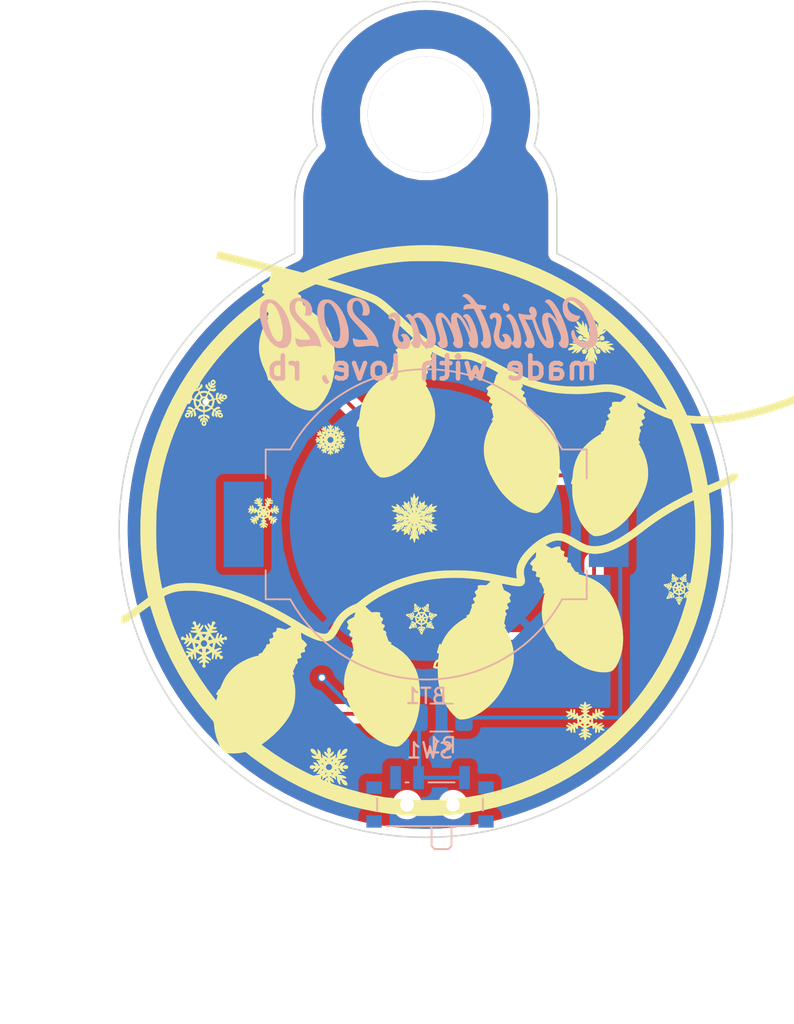
<source format=kicad_pcb>
(kicad_pcb (version 20171130) (host pcbnew "(5.1.8)-1")
  (layers (0 F.Cu signal hide) (31 B.Cu signal) (34 B.Paste user) (35 F.Paste user hide) (36 B.SilkS user) (37 F.SilkS user hide) (38 B.Mask user) (39 F.Mask user hide) (44 Edge.Cuts user))
  (net 0 "")
  (net 1 /Vin)
  (net 2 /GND)
  (net 3 /VRes)
  (net 4 "Net-(SW1-Pad3)")
  (module LED_SMD:LED_1206_3216Metric (layer F.Cu) (at -13.2 4.4 60)
    (fp_text reference D8 (at 0 -1.82 60) (layer F.SilkS))
    (fp_text value LED)
    (pad 2 smd roundrect (at 1.4 0 60) (size 1.25 1.75) (layers F.Cu F.Paste F.Mask) (roundrect_rratio 0.2) (net 3 /VRes))
    (pad 1 smd roundrect (at -1.4 0 60) (size 1.25 1.75) (layers F.Cu F.Paste F.Mask) (roundrect_rratio 0.2) (net 2 /GND))
  )
  (module LED_SMD:LED_1206_3216Metric (layer F.Cu) (at -5 3.8 105)
    (fp_text reference D7 (at 0 -1.82 105) (layer F.SilkS))
    (fp_text value LED)
    (pad 2 smd roundrect (at 1.4 0 105) (size 1.25 1.75) (layers F.Cu F.Paste F.Mask) (roundrect_rratio 0.2) (net 3 /VRes))
    (pad 1 smd roundrect (at -1.4 0 105) (size 1.25 1.75) (layers F.Cu F.Paste F.Mask) (roundrect_rratio 0.2) (net 2 /GND))
  )
  (module Button_Switch_SMD:SW_SPDT_PCM12 (layer B.Cu) (at -1.75 10.75 180)
    (fp_text reference SW1 (at 0 3.2) (layer B.SilkS) (effects (justify mirror)))
    (fp_text value SW_SPDT)
    (pad "" smd rect (at -3.65 0.78 180) (size 1 0.8) (layers B.Cu B.Paste B.Mask))
    (pad "" smd rect (at 3.65 0.78 180) (size 1 0.8) (layers B.Cu B.Paste B.Mask))
    (pad "" smd rect (at 3.65 -1.43 180) (size 1 0.8) (layers B.Cu B.Paste B.Mask))
    (pad "" smd rect (at -3.65 -1.43 180) (size 1 0.8) (layers B.Cu B.Paste B.Mask))
    (pad 3 smd rect (at 2.25 1.43 180) (size 0.7 1.5) (layers B.Cu B.Paste B.Mask) (net 4 "Net-(SW1-Pad3)"))
    (pad 2 smd rect (at 0.75 1.43 180) (size 0.7 1.5) (layers B.Cu B.Paste B.Mask) (net 3 /VRes))
    (pad 1 smd rect (at -2.25 1.43 180) (size 0.7 1.5) (layers B.Cu B.Paste B.Mask) (net 3 /VRes))
    (pad "" np_thru_hole circle (at 1.5 -0.33 180) (size 0.9 0.9) (drill 0.9) (layers *.Cu *.Mask))
    (pad "" np_thru_hole circle (at -1.5 -0.33 180) (size 0.9 0.9) (drill 0.9) (layers *.Cu *.Mask))
  )
  (module Resistor_SMD:R_1206_3216Metric (layer B.Cu) (at -1 5.4)
    (fp_text reference R1 (at 0 1.82 180) (layer B.SilkS) (effects (justify mirror)))
    (fp_text value R)
    (pad 2 smd roundrect (at 1.4625 0) (size 1.125 1.75) (layers B.Cu B.Paste B.Mask) (roundrect_rratio 0.2222213333333333) (net 1 /Vin))
    (pad 1 smd roundrect (at -1.4625 0) (size 1.125 1.75) (layers B.Cu B.Paste B.Mask) (roundrect_rratio 0.2222213333333333) (net 3 /VRes))
  )
  (module LED_SMD:LED_1206_3216Metric (layer F.Cu) (at 10 -10 75)
    (fp_text reference D6 (at 0 -1.82 75) (layer F.SilkS))
    (fp_text value LED)
    (pad 2 smd roundrect (at 1.4 0 75) (size 1.25 1.75) (layers F.Cu F.Paste F.Mask) (roundrect_rratio 0.2) (net 3 /VRes))
    (pad 1 smd roundrect (at -1.4 0 75) (size 1.25 1.75) (layers F.Cu F.Paste F.Mask) (roundrect_rratio 0.2) (net 2 /GND))
  )
  (module LED_SMD:LED_1206_3216Metric (layer F.Cu) (at 1 2 75)
    (fp_text reference D5 (at 0 -1.82 75) (layer F.SilkS))
    (fp_text value LED)
    (pad 2 smd roundrect (at 1.4 0 75) (size 1.25 1.75) (layers F.Cu F.Paste F.Mask) (roundrect_rratio 0.2) (net 3 /VRes))
    (pad 1 smd roundrect (at -1.4 0 75) (size 1.25 1.75) (layers F.Cu F.Paste F.Mask) (roundrect_rratio 0.2) (net 2 /GND))
  )
  (module LED_SMD:LED_1206_3216Metric (layer F.Cu) (at 4.25 -11.75 105)
    (fp_text reference D4 (at 0 -1.82 105) (layer F.SilkS))
    (fp_text value LED)
    (pad 2 smd roundrect (at 1.4 0 105) (size 1.25 1.75) (layers F.Cu F.Paste F.Mask) (roundrect_rratio 0.2) (net 3 /VRes))
    (pad 1 smd roundrect (at -1.4 0 105) (size 1.25 1.75) (layers F.Cu F.Paste F.Mask) (roundrect_rratio 0.2) (net 2 /GND))
  )
  (module LED_SMD:LED_1206_3216Metric (layer F.Cu) (at 8.25 -0.75 120)
    (fp_text reference D3 (at 0 -1.82 120) (layer F.SilkS))
    (fp_text value LED)
    (pad 2 smd roundrect (at 1.4 0 120) (size 1.25 1.75) (layers F.Cu F.Paste F.Mask) (roundrect_rratio 0.2) (net 3 /VRes))
    (pad 1 smd roundrect (at -1.4 0 120) (size 1.25 1.75) (layers F.Cu F.Paste F.Mask) (roundrect_rratio 0.2) (net 2 /GND))
  )
  (module LED_SMD:LED_1206_3216Metric (layer F.Cu) (at -4 -13.75 75)
    (fp_text reference D2 (at 0 -1.82 75) (layer F.SilkS))
    (fp_text value LED)
    (pad 2 smd roundrect (at 1.4 0 75) (size 1.25 1.75) (layers F.Cu F.Paste F.Mask) (roundrect_rratio 0.2) (net 3 /VRes))
    (pad 1 smd roundrect (at -1.4 0 75) (size 1.25 1.75) (layers F.Cu F.Paste F.Mask) (roundrect_rratio 0.2) (net 2 /GND))
  )
  (module LED_SMD:LED_1206_3216Metric (layer F.Cu) (at -10.25 -18 105)
    (fp_text reference D1 (at 0 -1.82 105) (layer F.SilkS))
    (fp_text value LED)
    (pad 2 smd roundrect (at 1.4 0 105) (size 1.25 1.75) (layers F.Cu F.Paste F.Mask) (roundrect_rratio 0.2) (net 3 /VRes))
    (pad 1 smd roundrect (at -1.4 0 105) (size 1.25 1.75) (layers F.Cu F.Paste F.Mask) (roundrect_rratio 0.2) (net 2 /GND))
  )
  (module Battery:BatteryHolder_MPD_BC2003_1x2032 (layer B.Cu) (at -2 -7.2)
    (fp_text reference BT1 (at 0 11.2) (layer B.SilkS) (effects (justify mirror)))
    (fp_text value Battery_Cell)
    (pad 2 smd circle (at 0 0) (size 17.8 17.8) (layers B.Cu B.Mask) (net 2 /GND))
    (pad 1 smd rect (at 11.905 0) (size 2.6 5.56) (layers B.Cu B.Paste B.Mask) (net 1 /Vin))
    (pad 1 smd rect (at -11.905 0) (size 2.6 5.56) (layers B.Cu B.Paste B.Mask) (net 1 /Vin))
  )
  (module LOGO (layer F.Cu) (at 0 0)
    (fp_text reference G*** hide)
    (fp_text value LOGO hide)
  )
  (module LOGO (layer F.Cu) (at 0 0)
    (fp_text reference G*** hide)
    (fp_text value LOGO hide)
  )
  (module LOGO (layer F.Cu) (at 0.2 -26)
    (fp_text reference G*** hide)
    (fp_text value LOGO hide)
  )
  (module LOGO (layer F.Cu) (at 0 0)
    (fp_text reference G*** hide)
    (fp_text value LOGO hide)
  )
  (module LOGO (layer F.Cu) (at 0 0)
    (fp_text reference G*** hide)
    (fp_text value LOGO hide)
  )
  (module LOGO (layer F.Cu) (at 0 0)
    (fp_text reference G*** hide)
    (fp_text value LOGO hide)
  )
  (module LOGO (layer F.Cu) (at 0 0)
    (fp_text reference G*** hide)
    (fp_text value LOGO hide)
  )
  (module Wire_Pads:SolderWirePad_single_0-8mmDrill (layer F.Cu) (at -2.031151 -33.936012)
    (fp_text reference "" (at 0 0) (layer F.SilkS) (effects (font (size 1.27 1.27))))
    (fp_text value "" (at 0 0) (layer F.SilkS) (effects (font (size 1.27 1.27))))
    (pad 1 thru_hole circle (at 0 0) (size 7.559524 7.559524) (drill 7.559524) (layers *.Cu *.Mask))
  )
  (gr_text "made with love, rb" (at -1.6 -17.4) (layer B.SilkS) (effects (font (size 1.5 1.5) (thickness 0.3)) (justify mirror)))
  (gr_line (start -2.1009 -41.30647) (end -2.4776 -41.29344) (layer Edge.Cuts) (width 0.1))
  (gr_line (start -2.4776 -41.29344) (end -2.8493 -41.26182) (layer Edge.Cuts) (width 0.1))
  (gr_line (start -2.8493 -41.26182) (end -3.2154 -41.21207) (layer Edge.Cuts) (width 0.1))
  (gr_line (start -3.2154 -41.21207) (end -3.5755 -41.14464) (layer Edge.Cuts) (width 0.1))
  (gr_line (start -3.5755 -41.14464) (end -3.9293 -41.06) (layer Edge.Cuts) (width 0.1))
  (gr_line (start -3.9293 -41.06) (end -4.2762 -40.95859) (layer Edge.Cuts) (width 0.1))
  (gr_line (start -4.2762 -40.95859) (end -4.6157 -40.84088) (layer Edge.Cuts) (width 0.1))
  (gr_line (start -4.6157 -40.84088) (end -4.9475 -40.70732) (layer Edge.Cuts) (width 0.1))
  (gr_line (start -4.9475 -40.70732) (end -5.2711 -40.55837) (layer Edge.Cuts) (width 0.1))
  (gr_line (start -5.2711 -40.55837) (end -5.586 -40.39449) (layer Edge.Cuts) (width 0.1))
  (gr_line (start -5.586 -40.39449) (end -5.8917 -40.21613) (layer Edge.Cuts) (width 0.1))
  (gr_line (start -5.8917 -40.21613) (end -6.1879 -40.02375) (layer Edge.Cuts) (width 0.1))
  (gr_line (start -6.1879 -40.02375) (end -6.474 -39.8178) (layer Edge.Cuts) (width 0.1))
  (gr_line (start -6.474 -39.8178) (end -6.7497 -39.5988) (layer Edge.Cuts) (width 0.1))
  (gr_line (start -6.7497 -39.5988) (end -7.0144 -39.3671) (layer Edge.Cuts) (width 0.1))
  (gr_line (start -7.0144 -39.3671) (end -7.2677 -39.1232) (layer Edge.Cuts) (width 0.1))
  (gr_line (start -7.2677 -39.1232) (end -7.5092 -38.8676) (layer Edge.Cuts) (width 0.1))
  (gr_line (start -7.5092 -38.8676) (end -7.7383 -38.6007) (layer Edge.Cuts) (width 0.1))
  (gr_line (start -7.7383 -38.6007) (end -7.9548 -38.3229) (layer Edge.Cuts) (width 0.1))
  (gr_line (start -7.9548 -38.3229) (end -8.158 -38.0349) (layer Edge.Cuts) (width 0.1))
  (gr_line (start -8.158 -38.0349) (end -8.3475 -37.7369) (layer Edge.Cuts) (width 0.1))
  (gr_line (start -8.3475 -37.7369) (end -8.523 -37.4294) (layer Edge.Cuts) (width 0.1))
  (gr_line (start -8.523 -37.4294) (end -8.6838 -37.113) (layer Edge.Cuts) (width 0.1))
  (gr_line (start -8.6838 -37.113) (end -8.8297 -36.788) (layer Edge.Cuts) (width 0.1))
  (gr_line (start -8.8297 -36.788) (end -8.9601 -36.455) (layer Edge.Cuts) (width 0.1))
  (gr_line (start -8.9601 -36.455) (end -9.0746 -36.1143) (layer Edge.Cuts) (width 0.1))
  (gr_line (start -9.0746 -36.1143) (end -9.1727 -35.7665) (layer Edge.Cuts) (width 0.1))
  (gr_line (start -9.1727 -35.7665) (end -9.254 -35.412) (layer Edge.Cuts) (width 0.1))
  (gr_line (start -9.254 -35.412) (end -9.318 -35.0512) (layer Edge.Cuts) (width 0.1))
  (gr_line (start -9.318 -35.0512) (end -9.3642 -34.6846) (layer Edge.Cuts) (width 0.1))
  (gr_line (start -9.3642 -34.6846) (end -9.3923 -34.3127) (layer Edge.Cuts) (width 0.1))
  (gr_line (start -9.3923 -34.3127) (end -9.4018 -33.9359) (layer Edge.Cuts) (width 0.1))
  (gr_line (start -9.4018 -33.9359) (end -9.3833 -33.4158) (layer Edge.Cuts) (width 0.1))
  (gr_line (start -9.3833 -33.4158) (end -9.3284 -32.899) (layer Edge.Cuts) (width 0.1))
  (gr_line (start -9.3284 -32.899) (end -9.2371 -32.3873) (layer Edge.Cuts) (width 0.1))
  (gr_line (start -9.2371 -32.3873) (end -9.1098 -31.8828) (layer Edge.Cuts) (width 0.1))
  (gr_line (start -9.1098 -31.8828) (end -9.4347 -31.5275) (layer Edge.Cuts) (width 0.1))
  (gr_line (start -9.4347 -31.5275) (end -9.7244 -31.142) (layer Edge.Cuts) (width 0.1))
  (gr_line (start -9.7244 -31.142) (end -9.9765 -30.7286) (layer Edge.Cuts) (width 0.1))
  (gr_line (start -9.9765 -30.7286) (end -10.1883 -30.2899) (layer Edge.Cuts) (width 0.1))
  (gr_line (start -10.1883 -30.2899) (end -10.3575 -29.8284) (layer Edge.Cuts) (width 0.1))
  (gr_line (start -10.3575 -29.8284) (end -10.4814 -29.3466) (layer Edge.Cuts) (width 0.1))
  (gr_line (start -10.4814 -29.3466) (end -10.5576 -28.847) (layer Edge.Cuts) (width 0.1))
  (gr_line (start -10.5576 -28.847) (end -10.5836 -28.3321) (layer Edge.Cuts) (width 0.1))
  (gr_line (start -10.5836 -28.3321) (end -10.5836 -24.8661) (layer Edge.Cuts) (width 0.1))
  (gr_line (start -10.5836 -24.8661) (end -11.2314 -24.5453) (layer Edge.Cuts) (width 0.1))
  (gr_line (start -11.2314 -24.5453) (end -11.8641 -24.2031) (layer Edge.Cuts) (width 0.1))
  (gr_line (start -11.8641 -24.2031) (end -12.4812 -23.8402) (layer Edge.Cuts) (width 0.1))
  (gr_line (start -12.4812 -23.8402) (end -13.0823 -23.4571) (layer Edge.Cuts) (width 0.1))
  (gr_line (start -13.0823 -23.4571) (end -13.6673 -23.0543) (layer Edge.Cuts) (width 0.1))
  (gr_line (start -13.6673 -23.0543) (end -14.2356 -22.6324) (layer Edge.Cuts) (width 0.1))
  (gr_line (start -14.2356 -22.6324) (end -14.787 -22.192) (layer Edge.Cuts) (width 0.1))
  (gr_line (start -14.787 -22.192) (end -15.3211 -21.7337) (layer Edge.Cuts) (width 0.1))
  (gr_line (start -15.3211 -21.7337) (end -15.8375 -21.2579) (layer Edge.Cuts) (width 0.1))
  (gr_line (start -15.8375 -21.2579) (end -16.336 -20.7652) (layer Edge.Cuts) (width 0.1))
  (gr_line (start -16.336 -20.7652) (end -16.816 -20.2563) (layer Edge.Cuts) (width 0.1))
  (gr_line (start -16.816 -20.2563) (end -17.2773 -19.7315) (layer Edge.Cuts) (width 0.1))
  (gr_line (start -17.2773 -19.7315) (end -17.7196 -19.1916) (layer Edge.Cuts) (width 0.1))
  (gr_line (start -17.7196 -19.1916) (end -18.1425 -18.6371) (layer Edge.Cuts) (width 0.1))
  (gr_line (start -18.1425 -18.6371) (end -18.5455 -18.0685) (layer Edge.Cuts) (width 0.1))
  (gr_line (start -18.5455 -18.0685) (end -18.9285 -17.4863) (layer Edge.Cuts) (width 0.1))
  (gr_line (start -18.9285 -17.4863) (end -19.291 -16.8912) (layer Edge.Cuts) (width 0.1))
  (gr_line (start -19.291 -16.8912) (end -19.6326 -16.2837) (layer Edge.Cuts) (width 0.1))
  (gr_line (start -19.6326 -16.2837) (end -19.9531 -15.6643) (layer Edge.Cuts) (width 0.1))
  (gr_line (start -19.9531 -15.6643) (end -20.252 -15.0337) (layer Edge.Cuts) (width 0.1))
  (gr_line (start -20.252 -15.0337) (end -20.529 -14.3922) (layer Edge.Cuts) (width 0.1))
  (gr_line (start -20.529 -14.3922) (end -20.7838 -13.7407) (layer Edge.Cuts) (width 0.1))
  (gr_line (start -20.7838 -13.7407) (end -21.016 -13.0794) (layer Edge.Cuts) (width 0.1))
  (gr_line (start -21.016 -13.0794) (end -21.2253 -12.4091) (layer Edge.Cuts) (width 0.1))
  (gr_line (start -21.2253 -12.4091) (end -21.4112 -11.7303) (layer Edge.Cuts) (width 0.1))
  (gr_line (start -21.4112 -11.7303) (end -21.5735 -11.0436) (layer Edge.Cuts) (width 0.1))
  (gr_line (start -21.5735 -11.0436) (end -21.7118 -10.3494) (layer Edge.Cuts) (width 0.1))
  (gr_line (start -21.7118 -10.3494) (end -21.8258 -9.6484) (layer Edge.Cuts) (width 0.1))
  (gr_line (start -21.8258 -9.6484) (end -21.915 -8.9411) (layer Edge.Cuts) (width 0.1))
  (gr_line (start -21.915 -8.9411) (end -21.9792 -8.2281) (layer Edge.Cuts) (width 0.1))
  (gr_line (start -21.9792 -8.2281) (end -22.018 -7.5099) (layer Edge.Cuts) (width 0.1))
  (gr_line (start -22.018 -7.5099) (end -22.031 -6.7871) (layer Edge.Cuts) (width 0.1))
  (gr_line (start -22.031 -6.7871) (end -22.0064 -5.7954) (layer Edge.Cuts) (width 0.1))
  (gr_line (start -22.0064 -5.7954) (end -21.9331 -4.8104) (layer Edge.Cuts) (width 0.1))
  (gr_line (start -21.9331 -4.8104) (end -21.8118 -3.8337) (layer Edge.Cuts) (width 0.1))
  (gr_line (start -21.8118 -3.8337) (end -21.6432 -2.8671) (layer Edge.Cuts) (width 0.1))
  (gr_line (start -21.6432 -2.8671) (end -21.4279 -1.9121) (layer Edge.Cuts) (width 0.1))
  (gr_line (start -21.4279 -1.9121) (end -21.1666 -0.9704) (layer Edge.Cuts) (width 0.1))
  (gr_line (start -21.1666 -0.9704) (end -20.8599 -0.0436) (layer Edge.Cuts) (width 0.1))
  (gr_line (start -20.8599 -0.0436) (end -20.5087 0.8666) (layer Edge.Cuts) (width 0.1))
  (gr_line (start -20.5087 0.8666) (end -20.1135 1.7586) (layer Edge.Cuts) (width 0.1))
  (gr_line (start -20.1135 1.7586) (end -19.675 2.6308) (layer Edge.Cuts) (width 0.1))
  (gr_line (start -19.675 2.6308) (end -19.1939 3.4814) (layer Edge.Cuts) (width 0.1))
  (gr_line (start -19.1939 3.4814) (end -18.6709 4.309) (layer Edge.Cuts) (width 0.1))
  (gr_line (start -18.6709 4.309) (end -18.1067 5.1118) (layer Edge.Cuts) (width 0.1))
  (gr_line (start -18.1067 5.1118) (end -17.5019 5.8881) (layer Edge.Cuts) (width 0.1))
  (gr_line (start -17.5019 5.8881) (end -16.8572 6.6365) (layer Edge.Cuts) (width 0.1))
  (gr_line (start -16.8572 6.6365) (end -16.1733 7.3551) (layer Edge.Cuts) (width 0.1))
  (gr_line (start -16.1733 7.3551) (end -15.4546 8.039) (layer Edge.Cuts) (width 0.1))
  (gr_line (start -15.4546 8.039) (end -14.7063 8.6837) (layer Edge.Cuts) (width 0.1))
  (gr_line (start -14.7063 8.6837) (end -13.93 9.2886) (layer Edge.Cuts) (width 0.1))
  (gr_line (start -13.93 9.2886) (end -13.1272 9.8528) (layer Edge.Cuts) (width 0.1))
  (gr_line (start -13.1272 9.8528) (end -12.2996 10.3759) (layer Edge.Cuts) (width 0.1))
  (gr_line (start -12.2996 10.3759) (end -11.449 10.857) (layer Edge.Cuts) (width 0.1))
  (gr_line (start -11.449 10.857) (end -10.5768 11.2955) (layer Edge.Cuts) (width 0.1))
  (gr_line (start -10.5768 11.2955) (end -9.6848 11.6907) (layer Edge.Cuts) (width 0.1))
  (gr_line (start -9.6848 11.6907) (end -8.7746 12.042) (layer Edge.Cuts) (width 0.1))
  (gr_line (start -8.7746 12.042) (end -7.8479 12.3486) (layer Edge.Cuts) (width 0.1))
  (gr_line (start -7.8479 12.3486) (end -6.9062 12.61) (layer Edge.Cuts) (width 0.1))
  (gr_line (start -6.9062 12.61) (end -5.9512 12.8253) (layer Edge.Cuts) (width 0.1))
  (gr_line (start -5.9512 12.8253) (end -4.9846 12.994) (layer Edge.Cuts) (width 0.1))
  (gr_line (start -4.9846 12.994) (end -4.0079 13.1153) (layer Edge.Cuts) (width 0.1))
  (gr_line (start -4.0079 13.1153) (end -3.0229 13.1886) (layer Edge.Cuts) (width 0.1))
  (gr_line (start -3.0229 13.1886) (end -2.0312 13.2132) (layer Edge.Cuts) (width 0.1))
  (gr_line (start -2.0312 13.2132) (end -1.0394 13.1886) (layer Edge.Cuts) (width 0.1))
  (gr_line (start -1.0394 13.1886) (end -0.0544 13.1153) (layer Edge.Cuts) (width 0.1))
  (gr_line (start -0.0544 13.1153) (end 0.9222 12.994) (layer Edge.Cuts) (width 0.1))
  (gr_line (start 0.9222 12.994) (end 1.8889 12.8253) (layer Edge.Cuts) (width 0.1))
  (gr_line (start 1.8889 12.8253) (end 2.8439 12.61) (layer Edge.Cuts) (width 0.1))
  (gr_line (start 2.8439 12.61) (end 3.7856 12.3486) (layer Edge.Cuts) (width 0.1))
  (gr_line (start 3.7856 12.3486) (end 4.7123 12.042) (layer Edge.Cuts) (width 0.1))
  (gr_line (start 4.7123 12.042) (end 5.6225 11.6907) (layer Edge.Cuts) (width 0.1))
  (gr_line (start 5.6225 11.6907) (end 6.5145 11.2955) (layer Edge.Cuts) (width 0.1))
  (gr_line (start 6.5145 11.2955) (end 7.3867 10.857) (layer Edge.Cuts) (width 0.1))
  (gr_line (start 7.3867 10.857) (end 8.2373 10.3759) (layer Edge.Cuts) (width 0.1))
  (gr_line (start 8.2373 10.3759) (end 9.0649 9.8528) (layer Edge.Cuts) (width 0.1))
  (gr_line (start 9.0649 9.8528) (end 9.8676 9.2886) (layer Edge.Cuts) (width 0.1))
  (gr_line (start 9.8676 9.2886) (end 10.644 8.6837) (layer Edge.Cuts) (width 0.1))
  (gr_line (start 10.644 8.6837) (end 11.3923 8.039) (layer Edge.Cuts) (width 0.1))
  (gr_line (start 11.3923 8.039) (end 12.111 7.3551) (layer Edge.Cuts) (width 0.1))
  (gr_line (start 12.111 7.3551) (end 12.7949 6.6365) (layer Edge.Cuts) (width 0.1))
  (gr_line (start 12.7949 6.6365) (end 13.4395 5.8881) (layer Edge.Cuts) (width 0.1))
  (gr_line (start 13.4395 5.8881) (end 14.0443 5.1118) (layer Edge.Cuts) (width 0.1))
  (gr_line (start 14.0443 5.1118) (end 14.6086 4.309) (layer Edge.Cuts) (width 0.1))
  (gr_line (start 14.6086 4.309) (end 15.1316 3.4814) (layer Edge.Cuts) (width 0.1))
  (gr_line (start 15.1316 3.4814) (end 15.6127 2.6308) (layer Edge.Cuts) (width 0.1))
  (gr_line (start 15.6127 2.6308) (end 16.0511 1.7586) (layer Edge.Cuts) (width 0.1))
  (gr_line (start 16.0511 1.7586) (end 16.4464 0.8666) (layer Edge.Cuts) (width 0.1))
  (gr_line (start 16.4464 0.8666) (end 16.7976 -0.0436) (layer Edge.Cuts) (width 0.1))
  (gr_line (start 16.7976 -0.0436) (end 17.1042 -0.9704) (layer Edge.Cuts) (width 0.1))
  (gr_line (start 17.1042 -0.9704) (end 17.3655 -1.9121) (layer Edge.Cuts) (width 0.1))
  (gr_line (start 17.3655 -1.9121) (end 17.5809 -2.8671) (layer Edge.Cuts) (width 0.1))
  (gr_line (start 17.5809 -2.8671) (end 17.7495 -3.8337) (layer Edge.Cuts) (width 0.1))
  (gr_line (start 17.7495 -3.8337) (end 17.8708 -4.8104) (layer Edge.Cuts) (width 0.1))
  (gr_line (start 17.8708 -4.8104) (end 17.9441 -5.7954) (layer Edge.Cuts) (width 0.1))
  (gr_line (start 17.9441 -5.7954) (end 17.9687 -6.7871) (layer Edge.Cuts) (width 0.1))
  (gr_line (start 17.9687 -6.7871) (end 17.9556 -7.5099) (layer Edge.Cuts) (width 0.1))
  (gr_line (start 17.9556 -7.5099) (end 17.9168 -8.2281) (layer Edge.Cuts) (width 0.1))
  (gr_line (start 17.9168 -8.2281) (end 17.8527 -8.9411) (layer Edge.Cuts) (width 0.1))
  (gr_line (start 17.8527 -8.9411) (end 17.7634 -9.6484) (layer Edge.Cuts) (width 0.1))
  (gr_line (start 17.7634 -9.6484) (end 17.6494 -10.3493) (layer Edge.Cuts) (width 0.1))
  (gr_line (start 17.6494 -10.3493) (end 17.5111 -11.0435) (layer Edge.Cuts) (width 0.1))
  (gr_line (start 17.5111 -11.0435) (end 17.3488 -11.7302) (layer Edge.Cuts) (width 0.1))
  (gr_line (start 17.3488 -11.7302) (end 17.1628 -12.409) (layer Edge.Cuts) (width 0.1))
  (gr_line (start 17.1628 -12.409) (end 16.9536 -13.0793) (layer Edge.Cuts) (width 0.1))
  (gr_line (start 16.9536 -13.0793) (end 16.7214 -13.7405) (layer Edge.Cuts) (width 0.1))
  (gr_line (start 16.7214 -13.7405) (end 16.4666 -14.392) (layer Edge.Cuts) (width 0.1))
  (gr_line (start 16.4666 -14.392) (end 16.1895 -15.0334) (layer Edge.Cuts) (width 0.1))
  (gr_line (start 16.1895 -15.0334) (end 15.8906 -15.6641) (layer Edge.Cuts) (width 0.1))
  (gr_line (start 15.8906 -15.6641) (end 15.5701 -16.2834) (layer Edge.Cuts) (width 0.1))
  (gr_line (start 15.5701 -16.2834) (end 15.2285 -16.8909) (layer Edge.Cuts) (width 0.1))
  (gr_line (start 15.2285 -16.8909) (end 14.866 -17.486) (layer Edge.Cuts) (width 0.1))
  (gr_line (start 14.866 -17.486) (end 14.4831 -18.0682) (layer Edge.Cuts) (width 0.1))
  (gr_line (start 14.4831 -18.0682) (end 14.08 -18.6368) (layer Edge.Cuts) (width 0.1))
  (gr_line (start 14.08 -18.6368) (end 13.6572 -19.1913) (layer Edge.Cuts) (width 0.1))
  (gr_line (start 13.6572 -19.1913) (end 13.2149 -19.7312) (layer Edge.Cuts) (width 0.1))
  (gr_line (start 13.2149 -19.7312) (end 12.7536 -20.2559) (layer Edge.Cuts) (width 0.1))
  (gr_line (start 12.7536 -20.2559) (end 12.2735 -20.7648) (layer Edge.Cuts) (width 0.1))
  (gr_line (start 12.2735 -20.7648) (end 11.7751 -21.2575) (layer Edge.Cuts) (width 0.1))
  (gr_line (start 11.7751 -21.2575) (end 11.2587 -21.7332) (layer Edge.Cuts) (width 0.1))
  (gr_line (start 11.2587 -21.7332) (end 10.7246 -22.1916) (layer Edge.Cuts) (width 0.1))
  (gr_line (start 10.7246 -22.1916) (end 10.1732 -22.632) (layer Edge.Cuts) (width 0.1))
  (gr_line (start 10.1732 -22.632) (end 9.6049 -23.0538) (layer Edge.Cuts) (width 0.1))
  (gr_line (start 9.6049 -23.0538) (end 9.02 -23.4566) (layer Edge.Cuts) (width 0.1))
  (gr_line (start 9.02 -23.4566) (end 8.4188 -23.8397) (layer Edge.Cuts) (width 0.1))
  (gr_line (start 8.4188 -23.8397) (end 7.8017 -24.2026) (layer Edge.Cuts) (width 0.1))
  (gr_line (start 7.8017 -24.2026) (end 7.1691 -24.5448) (layer Edge.Cuts) (width 0.1))
  (gr_line (start 7.1691 -24.5448) (end 6.5213 -24.8656) (layer Edge.Cuts) (width 0.1))
  (gr_line (start 6.5213 -24.8656) (end 6.5213 -28.3321) (layer Edge.Cuts) (width 0.1))
  (gr_line (start 6.5213 -28.3321) (end 6.4953 -28.847) (layer Edge.Cuts) (width 0.1))
  (gr_line (start 6.4953 -28.847) (end 6.4191 -29.3466) (layer Edge.Cuts) (width 0.1))
  (gr_line (start 6.4191 -29.3466) (end 6.2952 -29.8284) (layer Edge.Cuts) (width 0.1))
  (gr_line (start 6.2952 -29.8284) (end 6.126 -30.2899) (layer Edge.Cuts) (width 0.1))
  (gr_line (start 6.126 -30.2899) (end 5.9141 -30.7286) (layer Edge.Cuts) (width 0.1))
  (gr_line (start 5.9141 -30.7286) (end 5.6621 -31.142) (layer Edge.Cuts) (width 0.1))
  (gr_line (start 5.6621 -31.142) (end 5.3724 -31.5275) (layer Edge.Cuts) (width 0.1))
  (gr_line (start 5.3724 -31.5275) (end 5.0475 -31.8828) (layer Edge.Cuts) (width 0.1))
  (gr_line (start 5.0475 -31.8828) (end 5.1748 -32.3873) (layer Edge.Cuts) (width 0.1))
  (gr_line (start 5.1748 -32.3873) (end 5.266 -32.899) (layer Edge.Cuts) (width 0.1))
  (gr_line (start 5.266 -32.899) (end 5.321 -33.4158) (layer Edge.Cuts) (width 0.1))
  (gr_line (start 5.321 -33.4158) (end 5.3394 -33.9359) (layer Edge.Cuts) (width 0.1))
  (gr_line (start 5.3394 -33.9359) (end 5.3304 -34.3014) (layer Edge.Cuts) (width 0.1))
  (gr_line (start 5.3304 -34.3014) (end 5.3034 -34.6644) (layer Edge.Cuts) (width 0.1))
  (gr_line (start 5.3034 -34.6644) (end 5.2587 -35.0243) (layer Edge.Cuts) (width 0.1))
  (gr_line (start 5.2587 -35.0243) (end 5.1965 -35.3805) (layer Edge.Cuts) (width 0.1))
  (gr_line (start 5.1965 -35.3805) (end 5.1172 -35.7325) (layer Edge.Cuts) (width 0.1))
  (gr_line (start 5.1172 -35.7325) (end 5.0209 -36.0795) (layer Edge.Cuts) (width 0.1))
  (gr_line (start 5.0209 -36.0795) (end 4.9079 -36.421) (layer Edge.Cuts) (width 0.1))
  (gr_line (start 4.9079 -36.421) (end 4.7784 -36.7565) (layer Edge.Cuts) (width 0.1))
  (gr_line (start 4.7784 -36.7565) (end 4.6328 -37.0852) (layer Edge.Cuts) (width 0.1))
  (gr_line (start 4.6328 -37.0852) (end 4.4712 -37.4066) (layer Edge.Cuts) (width 0.1))
  (gr_line (start 4.4712 -37.4066) (end 4.2939 -37.7201) (layer Edge.Cuts) (width 0.1))
  (gr_line (start 4.2939 -37.7201) (end 4.1011 -38.0251) (layer Edge.Cuts) (width 0.1))
  (gr_line (start 4.1011 -38.0251) (end 3.8932 -38.3209) (layer Edge.Cuts) (width 0.1))
  (gr_line (start 3.8932 -38.3209) (end 3.6703 -38.6071) (layer Edge.Cuts) (width 0.1))
  (gr_line (start 3.6703 -38.6071) (end 3.4327 -38.8828) (layer Edge.Cuts) (width 0.1))
  (gr_line (start 3.4327 -38.8828) (end 3.1807 -39.1477) (layer Edge.Cuts) (width 0.1))
  (gr_line (start 3.1807 -39.1477) (end 2.9158 -39.3997) (layer Edge.Cuts) (width 0.1))
  (gr_line (start 2.9158 -39.3997) (end 2.64 -39.6373) (layer Edge.Cuts) (width 0.1))
  (gr_line (start 2.64 -39.6373) (end 2.3539 -39.8602) (layer Edge.Cuts) (width 0.1))
  (gr_line (start 2.3539 -39.8602) (end 2.0581 -40.06815) (layer Edge.Cuts) (width 0.1))
  (gr_line (start 2.0581 -40.06815) (end 1.7531 -40.26089) (layer Edge.Cuts) (width 0.1))
  (gr_line (start 1.7531 -40.26089) (end 1.4396 -40.43819) (layer Edge.Cuts) (width 0.1))
  (gr_line (start 1.4396 -40.43819) (end 1.1182 -40.59979) (layer Edge.Cuts) (width 0.1))
  (gr_line (start 1.1182 -40.59979) (end 0.7895 -40.74544) (layer Edge.Cuts) (width 0.1))
  (gr_line (start 0.7895 -40.74544) (end 0.454 -40.87489) (layer Edge.Cuts) (width 0.1))
  (gr_line (start 0.454 -40.87489) (end 0.1125 -40.98789) (layer Edge.Cuts) (width 0.1))
  (gr_line (start 0.1125 -40.98789) (end -0.2346 -41.0842) (layer Edge.Cuts) (width 0.1))
  (gr_line (start -0.2346 -41.0842) (end -0.5865 -41.16355) (layer Edge.Cuts) (width 0.1))
  (gr_line (start -0.5865 -41.16355) (end -0.9427 -41.22571) (layer Edge.Cuts) (width 0.1))
  (gr_line (start -0.9427 -41.22571) (end -1.3027 -41.27041) (layer Edge.Cuts) (width 0.1))
  (gr_line (start -1.3027 -41.27041) (end -1.6657 -41.29742) (layer Edge.Cuts) (width 0.1))
  (gr_line (start -1.6657 -41.29742) (end -2.0312 -41.30647) (layer Edge.Cuts) (width 0.1))
  (gr_line (start -2.0312 -41.30647) (end -2.1009 -41.30647) (layer Edge.Cuts) (width 0.1))
  (gr_line (start -2.1009 -41.30647) (end -2.1009 -41.30647) (layer Edge.Cuts) (width 0.1))
  (gr_line (start -2.1009 -41.30647) (end -2.1009 -41.30647) (layer Edge.Cuts) (width 0.1))
  (segment (start 10.655 -7) (end 10.655 5.345) (width 0.25) (layer B.Cu) (net 1))
  (segment (start 10.6 5.4) (end 0.4625 5.4) (width 0.25) (layer B.Cu) (net 1))
  (segment (start 10.655 5.345) (end 10.6 5.4) (width 0.25) (layer B.Cu) (net 1))
  (via (at -16.4 -15.2) (size 0.6) (drill 0.4) (layers F.Cu B.Cu) (net 2))
  (segment (start -11.335357 -15.2) (end -9.887653 -16.647704) (width 0.25) (layer F.Cu) (net 2))
  (segment (start -16.4 -15.2) (end -11.335357 -15.2) (width 0.25) (layer F.Cu) (net 2))
  (segment (start -8.612347 -16.647704) (end -4.362347 -12.397704) (width 0.25) (layer F.Cu) (net 2))
  (segment (start -9.887653 -16.647704) (end -8.612347 -16.647704) (width 0.25) (layer F.Cu) (net 2))
  (segment (start 2.612347 -12.397704) (end 4.612347 -10.397704) (width 0.25) (layer F.Cu) (net 2))
  (segment (start -4.362347 -12.397704) (end 2.612347 -12.397704) (width 0.25) (layer F.Cu) (net 2))
  (segment (start 7.887653 -10.397704) (end 9.637653 -8.647704) (width 0.25) (layer F.Cu) (net 2))
  (segment (start 4.612347 -10.397704) (end 7.887653 -10.397704) (width 0.25) (layer F.Cu) (net 2))
  (segment (start 9.637653 -8.647704) (end 9.637653 -5.437653) (width 0.25) (layer F.Cu) (net 2))
  (segment (start 8.95 -4.75) (end 8.95 0.462436) (width 0.25) (layer F.Cu) (net 2))
  (segment (start 9.637653 -5.437653) (end 8.95 -4.75) (width 0.25) (layer F.Cu) (net 2))
  (segment (start 3.527513 0.462436) (end 0.637653 3.352296) (width 0.25) (layer F.Cu) (net 2))
  (segment (start 8.95 0.462436) (end 3.527513 0.462436) (width 0.25) (layer F.Cu) (net 2))
  (segment (start -2.837653 3.352296) (end -4.637653 5.152296) (width 0.25) (layer F.Cu) (net 2))
  (segment (start 0.637653 3.352296) (end -2.837653 3.352296) (width 0.25) (layer F.Cu) (net 2))
  (segment (start -13.43986 5.152296) (end -13.9 5.612436) (width 0.25) (layer F.Cu) (net 2))
  (segment (start -4.637653 5.152296) (end -13.43986 5.152296) (width 0.25) (layer F.Cu) (net 2))
  (via (at -8.8 2.8) (size 0.6) (drill 0.4) (layers F.Cu B.Cu) (net 3))
  (segment (start -2.5 9.32) (end 0.5 9.32) (width 0.25) (layer B.Cu) (net 3))
  (segment (start -12.112436 2.8) (end -12.5 3.187564) (width 0.25) (layer F.Cu) (net 3))
  (segment (start -8.8 2.8) (end -12.112436 2.8) (width 0.25) (layer F.Cu) (net 3))
  (segment (start -2.4625 9.2825) (end -2.5 9.32) (width 0.25) (layer B.Cu) (net 3))
  (segment (start -2.4625 5.4) (end -2.4625 9.2825) (width 0.25) (layer B.Cu) (net 3))
  (segment (start -2.4625 5.4) (end -3.2 6.1375) (width 0.25) (layer B.Cu) (net 3))
  (segment (start -5.4625 6.1375) (end -8.8 2.8) (width 0.25) (layer B.Cu) (net 3))
  (segment (start -3.2 6.1375) (end -5.4625 6.1375) (width 0.25) (layer B.Cu) (net 3))
  (zone (net 3) (net_name /VRes) (layer F.Cu) (connect_pads (clearance 0.508)) (min_thickness 0.254) (fill yes (arc_segments 32) (thermal_gap 0.508) (thermal_bridge_width 0.508))
    (polygon (pts (xy 20.2 -41.6) (xy 21.4 22.6) (xy -28.6 25) (xy -29.4 -26) (xy -29.6 -43.2)))
  )
  (zone (net 2) (net_name /GND) (layer B.Cu) (connect_pads (clearance 0.508)) (min_thickness 0.254) (fill yes (arc_segments 32) (thermal_gap 0.508) (thermal_bridge_width 0.508))
    (polygon (pts (xy 21.4 23.6) (xy -29.8 25.4) (xy -28.6 -41) (xy -28.4 -41) (xy 22 -41.4)))
  )
)
</source>
